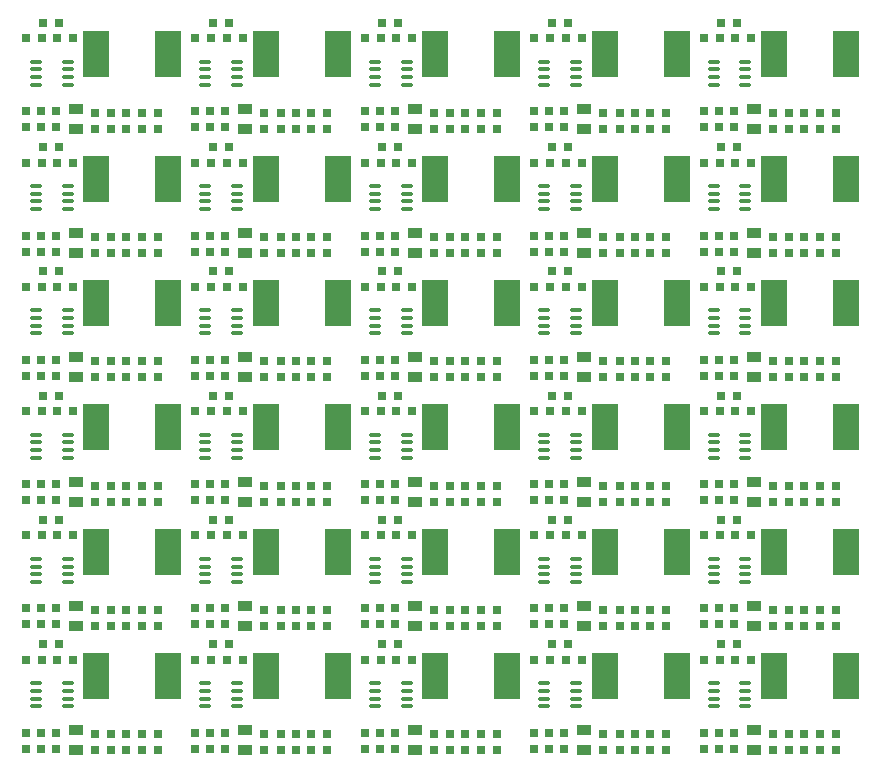
<source format=gtp>
G04*
G04 #@! TF.GenerationSoftware,Altium Limited,Altium Designer,23.5.1 (21)*
G04*
G04 Layer_Color=8421504*
%FSTAX25Y25*%
%MOIN*%
G70*
G04*
G04 #@! TF.SameCoordinates,755BC27C-C67A-4D62-9883-C884FE973DC9*
G04*
G04*
G04 #@! TF.FilePolarity,Positive*
G04*
G01*
G75*
%ADD12O,0.03937X0.01575*%
%ADD13R,0.05000X0.03500*%
%ADD14R,0.08661X0.15748*%
%ADD15R,0.03150X0.02953*%
%ADD16R,0.02953X0.03150*%
D12*
X0006536Y0045149D02*
D03*
Y004259D02*
D03*
Y0040031D02*
D03*
Y0037471D02*
D03*
X0017165Y0045149D02*
D03*
Y004259D02*
D03*
Y0040031D02*
D03*
Y0037471D02*
D03*
X0063032Y0045149D02*
D03*
Y004259D02*
D03*
Y0040031D02*
D03*
Y0037471D02*
D03*
X0073662Y0045149D02*
D03*
Y004259D02*
D03*
Y0040031D02*
D03*
Y0037471D02*
D03*
X0119528Y0045149D02*
D03*
Y004259D02*
D03*
Y0040031D02*
D03*
Y0037471D02*
D03*
X0130158Y0045149D02*
D03*
Y004259D02*
D03*
Y0040031D02*
D03*
Y0037471D02*
D03*
X0176024Y0045149D02*
D03*
Y004259D02*
D03*
Y0040031D02*
D03*
Y0037471D02*
D03*
X0186654Y0045149D02*
D03*
Y004259D02*
D03*
Y0040031D02*
D03*
Y0037471D02*
D03*
X023252Y0045149D02*
D03*
Y004259D02*
D03*
Y0040031D02*
D03*
Y0037471D02*
D03*
X024315Y0045149D02*
D03*
Y004259D02*
D03*
Y0040031D02*
D03*
Y0037471D02*
D03*
X0006536Y0086584D02*
D03*
Y0084025D02*
D03*
Y0081466D02*
D03*
Y0078907D02*
D03*
X0017165Y0086584D02*
D03*
Y0084025D02*
D03*
Y0081466D02*
D03*
Y0078907D02*
D03*
X0063032Y0086584D02*
D03*
Y0084025D02*
D03*
Y0081466D02*
D03*
Y0078907D02*
D03*
X0073662Y0086584D02*
D03*
Y0084025D02*
D03*
Y0081466D02*
D03*
Y0078907D02*
D03*
X0119528Y0086584D02*
D03*
Y0084025D02*
D03*
Y0081466D02*
D03*
Y0078907D02*
D03*
X0130158Y0086584D02*
D03*
Y0084025D02*
D03*
Y0081466D02*
D03*
Y0078907D02*
D03*
X0176024Y0086584D02*
D03*
Y0084025D02*
D03*
Y0081466D02*
D03*
Y0078907D02*
D03*
X0186654Y0086584D02*
D03*
Y0084025D02*
D03*
Y0081466D02*
D03*
Y0078907D02*
D03*
X023252Y0086584D02*
D03*
Y0084025D02*
D03*
Y0081466D02*
D03*
Y0078907D02*
D03*
X024315Y0086584D02*
D03*
Y0084025D02*
D03*
Y0081466D02*
D03*
Y0078907D02*
D03*
X0006536Y012802D02*
D03*
Y0125461D02*
D03*
Y0122902D02*
D03*
Y0120343D02*
D03*
X0017165Y012802D02*
D03*
Y0125461D02*
D03*
Y0122902D02*
D03*
Y0120343D02*
D03*
X0063032Y012802D02*
D03*
Y0125461D02*
D03*
Y0122902D02*
D03*
Y0120343D02*
D03*
X0073662Y012802D02*
D03*
Y0125461D02*
D03*
Y0122902D02*
D03*
Y0120343D02*
D03*
X0119528Y012802D02*
D03*
Y0125461D02*
D03*
Y0122902D02*
D03*
Y0120343D02*
D03*
X0130158Y012802D02*
D03*
Y0125461D02*
D03*
Y0122902D02*
D03*
Y0120343D02*
D03*
X0176024Y012802D02*
D03*
Y0125461D02*
D03*
Y0122902D02*
D03*
Y0120343D02*
D03*
X0186654Y012802D02*
D03*
Y0125461D02*
D03*
Y0122902D02*
D03*
Y0120343D02*
D03*
X023252Y012802D02*
D03*
Y0125461D02*
D03*
Y0122902D02*
D03*
Y0120343D02*
D03*
X024315Y012802D02*
D03*
Y0125461D02*
D03*
Y0122902D02*
D03*
Y0120343D02*
D03*
X0006536Y0169456D02*
D03*
Y0166897D02*
D03*
Y0164338D02*
D03*
Y0161779D02*
D03*
X0017165Y0169456D02*
D03*
Y0166897D02*
D03*
Y0164338D02*
D03*
Y0161779D02*
D03*
X0063032Y0169456D02*
D03*
Y0166897D02*
D03*
Y0164338D02*
D03*
Y0161779D02*
D03*
X0073662Y0169456D02*
D03*
Y0166897D02*
D03*
Y0164338D02*
D03*
Y0161779D02*
D03*
X0119528Y0169456D02*
D03*
Y0166897D02*
D03*
Y0164338D02*
D03*
Y0161779D02*
D03*
X0130158Y0169456D02*
D03*
Y0166897D02*
D03*
Y0164338D02*
D03*
Y0161779D02*
D03*
X0176024Y0169456D02*
D03*
Y0166897D02*
D03*
Y0164338D02*
D03*
Y0161779D02*
D03*
X0186654Y0169456D02*
D03*
Y0166897D02*
D03*
Y0164338D02*
D03*
Y0161779D02*
D03*
X023252Y0169456D02*
D03*
Y0166897D02*
D03*
Y0164338D02*
D03*
Y0161779D02*
D03*
X024315Y0169456D02*
D03*
Y0166897D02*
D03*
Y0164338D02*
D03*
Y0161779D02*
D03*
X0006536Y0210892D02*
D03*
Y0208332D02*
D03*
Y0205773D02*
D03*
Y0203214D02*
D03*
X0017165Y0210892D02*
D03*
Y0208332D02*
D03*
Y0205773D02*
D03*
Y0203214D02*
D03*
X0063032Y0210892D02*
D03*
Y0208332D02*
D03*
Y0205773D02*
D03*
Y0203214D02*
D03*
X0073662Y0210892D02*
D03*
Y0208332D02*
D03*
Y0205773D02*
D03*
Y0203214D02*
D03*
X0119528Y0210892D02*
D03*
Y0208332D02*
D03*
Y0205773D02*
D03*
Y0203214D02*
D03*
X0130158Y0210892D02*
D03*
Y0208332D02*
D03*
Y0205773D02*
D03*
Y0203214D02*
D03*
X0176024Y0210892D02*
D03*
Y0208332D02*
D03*
Y0205773D02*
D03*
Y0203214D02*
D03*
X0186654Y0210892D02*
D03*
Y0208332D02*
D03*
Y0205773D02*
D03*
Y0203214D02*
D03*
X023252Y0210892D02*
D03*
Y0208332D02*
D03*
Y0205773D02*
D03*
Y0203214D02*
D03*
X024315Y0210892D02*
D03*
Y0208332D02*
D03*
Y0205773D02*
D03*
Y0203214D02*
D03*
X0006536Y0252327D02*
D03*
Y0249768D02*
D03*
Y0247209D02*
D03*
Y024465D02*
D03*
X0017165Y0252327D02*
D03*
Y0249768D02*
D03*
Y0247209D02*
D03*
Y024465D02*
D03*
X0063032Y0252327D02*
D03*
Y0249768D02*
D03*
Y0247209D02*
D03*
Y024465D02*
D03*
X0073662Y0252327D02*
D03*
Y0249768D02*
D03*
Y0247209D02*
D03*
Y024465D02*
D03*
X0119528Y0252327D02*
D03*
Y0249768D02*
D03*
Y0247209D02*
D03*
Y024465D02*
D03*
X0130158Y0252327D02*
D03*
Y0249768D02*
D03*
Y0247209D02*
D03*
Y024465D02*
D03*
X0176024Y0252327D02*
D03*
Y0249768D02*
D03*
Y0247209D02*
D03*
Y024465D02*
D03*
X0186654Y0252327D02*
D03*
Y0249768D02*
D03*
Y0247209D02*
D03*
Y024465D02*
D03*
X023252Y0252327D02*
D03*
Y0249768D02*
D03*
Y0247209D02*
D03*
Y024465D02*
D03*
X024315Y0252327D02*
D03*
Y0249768D02*
D03*
Y0247209D02*
D03*
Y024465D02*
D03*
D13*
X0019882Y0022794D02*
D03*
Y0029432D02*
D03*
X0076378Y0022794D02*
D03*
Y0029432D02*
D03*
X0132874Y0022794D02*
D03*
Y0029432D02*
D03*
X018937Y0022794D02*
D03*
Y0029432D02*
D03*
X0245866Y0022794D02*
D03*
Y0029432D02*
D03*
X0019882Y006423D02*
D03*
Y0070868D02*
D03*
X0076378Y006423D02*
D03*
Y0070868D02*
D03*
X0132874Y006423D02*
D03*
Y0070868D02*
D03*
X018937Y006423D02*
D03*
Y0070868D02*
D03*
X0245866Y006423D02*
D03*
Y0070868D02*
D03*
X0019882Y0105666D02*
D03*
Y0112303D02*
D03*
X0076378Y0105666D02*
D03*
Y0112303D02*
D03*
X0132874Y0105666D02*
D03*
Y0112303D02*
D03*
X018937Y0105666D02*
D03*
Y0112303D02*
D03*
X0245866Y0105666D02*
D03*
Y0112303D02*
D03*
X0019882Y0147101D02*
D03*
Y0153739D02*
D03*
X0076378Y0147101D02*
D03*
Y0153739D02*
D03*
X0132874Y0147101D02*
D03*
Y0153739D02*
D03*
X018937Y0147101D02*
D03*
Y0153739D02*
D03*
X0245866Y0147101D02*
D03*
Y0153739D02*
D03*
X0019882Y0188537D02*
D03*
Y0195175D02*
D03*
X0076378Y0188537D02*
D03*
Y0195175D02*
D03*
X0132874Y0188537D02*
D03*
Y0195175D02*
D03*
X018937Y0188537D02*
D03*
Y0195175D02*
D03*
X0245866Y0188537D02*
D03*
Y0195175D02*
D03*
X0019882Y0229973D02*
D03*
Y0236611D02*
D03*
X0076378Y0229973D02*
D03*
Y0236611D02*
D03*
X0132874Y0229973D02*
D03*
Y0236611D02*
D03*
X018937Y0229973D02*
D03*
Y0236611D02*
D03*
X0245866Y0229973D02*
D03*
Y0236611D02*
D03*
D14*
X0026673Y004755D02*
D03*
X0050687D02*
D03*
X0083169D02*
D03*
X0107183D02*
D03*
X0139666D02*
D03*
X0163679D02*
D03*
X0196162D02*
D03*
X0220175D02*
D03*
X0252658D02*
D03*
X0276671D02*
D03*
X0026673Y0088986D02*
D03*
X0050687D02*
D03*
X0083169D02*
D03*
X0107183D02*
D03*
X0139666D02*
D03*
X0163679D02*
D03*
X0196162D02*
D03*
X0220175D02*
D03*
X0252658D02*
D03*
X0276671D02*
D03*
X0026673Y0130422D02*
D03*
X0050687D02*
D03*
X0083169D02*
D03*
X0107183D02*
D03*
X0139666D02*
D03*
X0163679D02*
D03*
X0196162D02*
D03*
X0220175D02*
D03*
X0252658D02*
D03*
X0276671D02*
D03*
X0026673Y0171857D02*
D03*
X0050687D02*
D03*
X0083169D02*
D03*
X0107183D02*
D03*
X0139666D02*
D03*
X0163679D02*
D03*
X0196162D02*
D03*
X0220175D02*
D03*
X0252658D02*
D03*
X0276671D02*
D03*
X0026673Y0213293D02*
D03*
X0050687D02*
D03*
X0083169D02*
D03*
X0107183D02*
D03*
X0139666D02*
D03*
X0163679D02*
D03*
X0196162D02*
D03*
X0220175D02*
D03*
X0252658D02*
D03*
X0276671D02*
D03*
X0026673Y0254729D02*
D03*
X0050687D02*
D03*
X0083169D02*
D03*
X0107183D02*
D03*
X0139666D02*
D03*
X0163679D02*
D03*
X0196162D02*
D03*
X0220175D02*
D03*
X0252658D02*
D03*
X0276671D02*
D03*
D15*
X0041978Y002816D02*
D03*
X0041978Y0022845D02*
D03*
X0008268Y0023313D02*
D03*
X0008268Y0028628D02*
D03*
X0031674Y0022794D02*
D03*
X0031674Y0028109D02*
D03*
X0013287Y0023313D02*
D03*
X0013287Y0028628D02*
D03*
X0036792Y0022794D02*
D03*
X0036792Y0028109D02*
D03*
X0047244Y0022845D02*
D03*
X0047244Y002816D02*
D03*
X0026319Y0022794D02*
D03*
X0026319Y0028109D02*
D03*
X0003217Y0028628D02*
D03*
X0003217Y0023313D02*
D03*
X0098475Y002816D02*
D03*
X0098475Y0022845D02*
D03*
X0064764Y0023313D02*
D03*
X0064764Y0028628D02*
D03*
X008817Y0022794D02*
D03*
X008817Y0028109D02*
D03*
X0069784Y0023313D02*
D03*
X0069784Y0028628D02*
D03*
X0093288Y0022794D02*
D03*
X0093288Y0028109D02*
D03*
X010374Y0022845D02*
D03*
X010374Y002816D02*
D03*
X0082815Y0022794D02*
D03*
X0082815Y0028109D02*
D03*
X0059714Y0028628D02*
D03*
X0059714Y0023313D02*
D03*
X0154971Y002816D02*
D03*
X0154971Y0022845D02*
D03*
X012126Y0023313D02*
D03*
X012126Y0028628D02*
D03*
X0144666Y0022794D02*
D03*
X0144666Y0028109D02*
D03*
X012628Y0023313D02*
D03*
X012628Y0028628D02*
D03*
X0149784Y0022794D02*
D03*
X0149784Y0028109D02*
D03*
X0160237Y0022845D02*
D03*
X0160237Y002816D02*
D03*
X0139311Y0022794D02*
D03*
X0139311Y0028109D02*
D03*
X011621Y0028628D02*
D03*
X011621Y0023313D02*
D03*
X0211467Y002816D02*
D03*
X0211467Y0022845D02*
D03*
X0177756Y0023313D02*
D03*
X0177756Y0028628D02*
D03*
X0201162Y0022794D02*
D03*
X0201162Y0028109D02*
D03*
X0182776Y0023313D02*
D03*
X0182776Y0028628D02*
D03*
X0206281Y0022794D02*
D03*
X0206281Y0028109D02*
D03*
X0216733Y0022845D02*
D03*
X0216733Y002816D02*
D03*
X0195807Y0022794D02*
D03*
X0195807Y0028109D02*
D03*
X0172706Y0028628D02*
D03*
X0172706Y0023313D02*
D03*
X0267963Y002816D02*
D03*
X0267963Y0022845D02*
D03*
X0234252Y0023313D02*
D03*
X0234252Y0028628D02*
D03*
X0257659Y0022794D02*
D03*
X0257659Y0028109D02*
D03*
X0239272Y0023313D02*
D03*
X0239272Y0028628D02*
D03*
X0262777Y0022794D02*
D03*
X0262777Y0028109D02*
D03*
X0273229Y0022845D02*
D03*
X0273229Y002816D02*
D03*
X0252304Y0022794D02*
D03*
X0252304Y0028109D02*
D03*
X0229202Y0028628D02*
D03*
X0229202Y0023313D02*
D03*
X0041978Y0069596D02*
D03*
X0041978Y0064281D02*
D03*
X0008268Y0064749D02*
D03*
X0008268Y0070064D02*
D03*
X0031674Y006423D02*
D03*
X0031674Y0069545D02*
D03*
X0013287Y0064749D02*
D03*
X0013287Y0070064D02*
D03*
X0036792Y006423D02*
D03*
X0036792Y0069545D02*
D03*
X0047244Y0064281D02*
D03*
X0047244Y0069596D02*
D03*
X0026319Y006423D02*
D03*
X0026319Y0069545D02*
D03*
X0003217Y0070064D02*
D03*
X0003217Y0064749D02*
D03*
X0098475Y0069596D02*
D03*
X0098475Y0064281D02*
D03*
X0064764Y0064749D02*
D03*
X0064764Y0070064D02*
D03*
X008817Y006423D02*
D03*
X008817Y0069545D02*
D03*
X0069784Y0064749D02*
D03*
X0069784Y0070064D02*
D03*
X0093288Y006423D02*
D03*
X0093288Y0069545D02*
D03*
X010374Y0064281D02*
D03*
X010374Y0069596D02*
D03*
X0082815Y006423D02*
D03*
X0082815Y0069545D02*
D03*
X0059714Y0070064D02*
D03*
X0059714Y0064749D02*
D03*
X0154971Y0069596D02*
D03*
X0154971Y0064281D02*
D03*
X012126Y0064749D02*
D03*
X012126Y0070064D02*
D03*
X0144666Y006423D02*
D03*
X0144666Y0069545D02*
D03*
X012628Y0064749D02*
D03*
X012628Y0070064D02*
D03*
X0149784Y006423D02*
D03*
X0149784Y0069545D02*
D03*
X0160237Y0064281D02*
D03*
X0160237Y0069596D02*
D03*
X0139311Y006423D02*
D03*
X0139311Y0069545D02*
D03*
X011621Y0070064D02*
D03*
X011621Y0064749D02*
D03*
X0211467Y0069596D02*
D03*
X0211467Y0064281D02*
D03*
X0177756Y0064749D02*
D03*
X0177756Y0070064D02*
D03*
X0201162Y006423D02*
D03*
X0201162Y0069545D02*
D03*
X0182776Y0064749D02*
D03*
X0182776Y0070064D02*
D03*
X0206281Y006423D02*
D03*
X0206281Y0069545D02*
D03*
X0216733Y0064281D02*
D03*
X0216733Y0069596D02*
D03*
X0195807Y006423D02*
D03*
X0195807Y0069545D02*
D03*
X0172706Y0070064D02*
D03*
X0172706Y0064749D02*
D03*
X0267963Y0069596D02*
D03*
X0267963Y0064281D02*
D03*
X0234252Y0064749D02*
D03*
X0234252Y0070064D02*
D03*
X0257659Y006423D02*
D03*
X0257659Y0069545D02*
D03*
X0239272Y0064749D02*
D03*
X0239272Y0070064D02*
D03*
X0262777Y006423D02*
D03*
X0262777Y0069545D02*
D03*
X0273229Y0064281D02*
D03*
X0273229Y0069596D02*
D03*
X0252304Y006423D02*
D03*
X0252304Y0069545D02*
D03*
X0229202Y0070064D02*
D03*
X0229202Y0064749D02*
D03*
X0041978Y0111032D02*
D03*
X0041978Y0105717D02*
D03*
X0008268Y0106185D02*
D03*
X0008268Y01115D02*
D03*
X0031674Y0105666D02*
D03*
X0031674Y0110981D02*
D03*
X0013287Y0106185D02*
D03*
X0013287Y01115D02*
D03*
X0036792Y0105666D02*
D03*
X0036792Y0110981D02*
D03*
X0047244Y0105717D02*
D03*
X0047244Y0111032D02*
D03*
X0026319Y0105666D02*
D03*
X0026319Y0110981D02*
D03*
X0003217Y01115D02*
D03*
X0003217Y0106185D02*
D03*
X0098475Y0111032D02*
D03*
X0098475Y0105717D02*
D03*
X0064764Y0106185D02*
D03*
X0064764Y01115D02*
D03*
X008817Y0105666D02*
D03*
X008817Y0110981D02*
D03*
X0069784Y0106185D02*
D03*
X0069784Y01115D02*
D03*
X0093288Y0105666D02*
D03*
X0093288Y0110981D02*
D03*
X010374Y0105717D02*
D03*
X010374Y0111032D02*
D03*
X0082815Y0105666D02*
D03*
X0082815Y0110981D02*
D03*
X0059714Y01115D02*
D03*
X0059714Y0106185D02*
D03*
X0154971Y0111032D02*
D03*
X0154971Y0105717D02*
D03*
X012126Y0106185D02*
D03*
X012126Y01115D02*
D03*
X0144666Y0105666D02*
D03*
X0144666Y0110981D02*
D03*
X012628Y0106185D02*
D03*
X012628Y01115D02*
D03*
X0149784Y0105666D02*
D03*
X0149784Y0110981D02*
D03*
X0160237Y0105717D02*
D03*
X0160237Y0111032D02*
D03*
X0139311Y0105666D02*
D03*
X0139311Y0110981D02*
D03*
X011621Y01115D02*
D03*
X011621Y0106185D02*
D03*
X0211467Y0111032D02*
D03*
X0211467Y0105717D02*
D03*
X0177756Y0106185D02*
D03*
X0177756Y01115D02*
D03*
X0201162Y0105666D02*
D03*
X0201162Y0110981D02*
D03*
X0182776Y0106185D02*
D03*
X0182776Y01115D02*
D03*
X0206281Y0105666D02*
D03*
X0206281Y0110981D02*
D03*
X0216733Y0105717D02*
D03*
X0216733Y0111032D02*
D03*
X0195807Y0105666D02*
D03*
X0195807Y0110981D02*
D03*
X0172706Y01115D02*
D03*
X0172706Y0106185D02*
D03*
X0267963Y0111032D02*
D03*
X0267963Y0105717D02*
D03*
X0234252Y0106185D02*
D03*
X0234252Y01115D02*
D03*
X0257659Y0105666D02*
D03*
X0257659Y0110981D02*
D03*
X0239272Y0106185D02*
D03*
X0239272Y01115D02*
D03*
X0262777Y0105666D02*
D03*
X0262777Y0110981D02*
D03*
X0273229Y0105717D02*
D03*
X0273229Y0111032D02*
D03*
X0252304Y0105666D02*
D03*
X0252304Y0110981D02*
D03*
X0229202Y01115D02*
D03*
X0229202Y0106185D02*
D03*
X0041978Y0152468D02*
D03*
X0041978Y0147152D02*
D03*
X0008268Y0147621D02*
D03*
X0008268Y0152936D02*
D03*
X0031674Y0147101D02*
D03*
X0031674Y0152416D02*
D03*
X0013287Y0147621D02*
D03*
X0013287Y0152936D02*
D03*
X0036792Y0147101D02*
D03*
X0036792Y0152416D02*
D03*
X0047244Y0147152D02*
D03*
X0047244Y0152468D02*
D03*
X0026319Y0147101D02*
D03*
X0026319Y0152416D02*
D03*
X0003217Y0152936D02*
D03*
X0003217Y0147621D02*
D03*
X0098475Y0152468D02*
D03*
X0098475Y0147152D02*
D03*
X0064764Y0147621D02*
D03*
X0064764Y0152936D02*
D03*
X008817Y0147101D02*
D03*
X008817Y0152416D02*
D03*
X0069784Y0147621D02*
D03*
X0069784Y0152936D02*
D03*
X0093288Y0147101D02*
D03*
X0093288Y0152416D02*
D03*
X010374Y0147152D02*
D03*
X010374Y0152468D02*
D03*
X0082815Y0147101D02*
D03*
X0082815Y0152416D02*
D03*
X0059714Y0152936D02*
D03*
X0059714Y0147621D02*
D03*
X0154971Y0152468D02*
D03*
X0154971Y0147152D02*
D03*
X012126Y0147621D02*
D03*
X012126Y0152936D02*
D03*
X0144666Y0147101D02*
D03*
X0144666Y0152416D02*
D03*
X012628Y0147621D02*
D03*
X012628Y0152936D02*
D03*
X0149784Y0147101D02*
D03*
X0149784Y0152416D02*
D03*
X0160237Y0147152D02*
D03*
X0160237Y0152468D02*
D03*
X0139311Y0147101D02*
D03*
X0139311Y0152416D02*
D03*
X011621Y0152936D02*
D03*
X011621Y0147621D02*
D03*
X0211467Y0152468D02*
D03*
X0211467Y0147152D02*
D03*
X0177756Y0147621D02*
D03*
X0177756Y0152936D02*
D03*
X0201162Y0147101D02*
D03*
X0201162Y0152416D02*
D03*
X0182776Y0147621D02*
D03*
X0182776Y0152936D02*
D03*
X0206281Y0147101D02*
D03*
X0206281Y0152416D02*
D03*
X0216733Y0147152D02*
D03*
X0216733Y0152468D02*
D03*
X0195807Y0147101D02*
D03*
X0195807Y0152416D02*
D03*
X0172706Y0152936D02*
D03*
X0172706Y0147621D02*
D03*
X0267963Y0152468D02*
D03*
X0267963Y0147152D02*
D03*
X0234252Y0147621D02*
D03*
X0234252Y0152936D02*
D03*
X0257659Y0147101D02*
D03*
X0257659Y0152416D02*
D03*
X0239272Y0147621D02*
D03*
X0239272Y0152936D02*
D03*
X0262777Y0147101D02*
D03*
X0262777Y0152416D02*
D03*
X0273229Y0147152D02*
D03*
X0273229Y0152468D02*
D03*
X0252304Y0147101D02*
D03*
X0252304Y0152416D02*
D03*
X0229202Y0152936D02*
D03*
X0229202Y0147621D02*
D03*
X0041978Y0193903D02*
D03*
X0041978Y0188588D02*
D03*
X0008268Y0189056D02*
D03*
X0008268Y0194371D02*
D03*
X0031674Y0188537D02*
D03*
X0031674Y0193852D02*
D03*
X0013287Y0189056D02*
D03*
X0013287Y0194371D02*
D03*
X0036792Y0188537D02*
D03*
X0036792Y0193852D02*
D03*
X0047244Y0188588D02*
D03*
X0047244Y0193903D02*
D03*
X0026319Y0188537D02*
D03*
X0026319Y0193852D02*
D03*
X0003217Y0194371D02*
D03*
X0003217Y0189056D02*
D03*
X0098475Y0193903D02*
D03*
X0098475Y0188588D02*
D03*
X0064764Y0189056D02*
D03*
X0064764Y0194371D02*
D03*
X008817Y0188537D02*
D03*
X008817Y0193852D02*
D03*
X0069784Y0189056D02*
D03*
X0069784Y0194371D02*
D03*
X0093288Y0188537D02*
D03*
X0093288Y0193852D02*
D03*
X010374Y0188588D02*
D03*
X010374Y0193903D02*
D03*
X0082815Y0188537D02*
D03*
X0082815Y0193852D02*
D03*
X0059714Y0194371D02*
D03*
X0059714Y0189056D02*
D03*
X0154971Y0193903D02*
D03*
X0154971Y0188588D02*
D03*
X012126Y0189056D02*
D03*
X012126Y0194371D02*
D03*
X0144666Y0188537D02*
D03*
X0144666Y0193852D02*
D03*
X012628Y0189056D02*
D03*
X012628Y0194371D02*
D03*
X0149784Y0188537D02*
D03*
X0149784Y0193852D02*
D03*
X0160237Y0188588D02*
D03*
X0160237Y0193903D02*
D03*
X0139311Y0188537D02*
D03*
X0139311Y0193852D02*
D03*
X011621Y0194371D02*
D03*
X011621Y0189056D02*
D03*
X0211467Y0193903D02*
D03*
X0211467Y0188588D02*
D03*
X0177756Y0189056D02*
D03*
X0177756Y0194371D02*
D03*
X0201162Y0188537D02*
D03*
X0201162Y0193852D02*
D03*
X0182776Y0189056D02*
D03*
X0182776Y0194371D02*
D03*
X0206281Y0188537D02*
D03*
X0206281Y0193852D02*
D03*
X0216733Y0188588D02*
D03*
X0216733Y0193903D02*
D03*
X0195807Y0188537D02*
D03*
X0195807Y0193852D02*
D03*
X0172706Y0194371D02*
D03*
X0172706Y0189056D02*
D03*
X0267963Y0193903D02*
D03*
X0267963Y0188588D02*
D03*
X0234252Y0189056D02*
D03*
X0234252Y0194371D02*
D03*
X0257659Y0188537D02*
D03*
X0257659Y0193852D02*
D03*
X0239272Y0189056D02*
D03*
X0239272Y0194371D02*
D03*
X0262777Y0188537D02*
D03*
X0262777Y0193852D02*
D03*
X0273229Y0188588D02*
D03*
X0273229Y0193903D02*
D03*
X0252304Y0188537D02*
D03*
X0252304Y0193852D02*
D03*
X0229202Y0194371D02*
D03*
X0229202Y0189056D02*
D03*
X0041978Y0235339D02*
D03*
X0041978Y0230024D02*
D03*
X0008268Y0230492D02*
D03*
X0008268Y0235807D02*
D03*
X0031674Y0229973D02*
D03*
X0031674Y0235288D02*
D03*
X0013287Y0230492D02*
D03*
X0013287Y0235807D02*
D03*
X0036792Y0229973D02*
D03*
X0036792Y0235288D02*
D03*
X0047244Y0230024D02*
D03*
X0047244Y0235339D02*
D03*
X0026319Y0229973D02*
D03*
X0026319Y0235288D02*
D03*
X0003217Y0235807D02*
D03*
X0003217Y0230492D02*
D03*
X0098475Y0235339D02*
D03*
X0098475Y0230024D02*
D03*
X0064764Y0230492D02*
D03*
X0064764Y0235807D02*
D03*
X008817Y0229973D02*
D03*
X008817Y0235288D02*
D03*
X0069784Y0230492D02*
D03*
X0069784Y0235807D02*
D03*
X0093288Y0229973D02*
D03*
X0093288Y0235288D02*
D03*
X010374Y0230024D02*
D03*
X010374Y0235339D02*
D03*
X0082815Y0229973D02*
D03*
X0082815Y0235288D02*
D03*
X0059714Y0235807D02*
D03*
X0059714Y0230492D02*
D03*
X0154971Y0235339D02*
D03*
X0154971Y0230024D02*
D03*
X012126Y0230492D02*
D03*
X012126Y0235807D02*
D03*
X0144666Y0229973D02*
D03*
X0144666Y0235288D02*
D03*
X012628Y0230492D02*
D03*
X012628Y0235807D02*
D03*
X0149784Y0229973D02*
D03*
X0149784Y0235288D02*
D03*
X0160237Y0230024D02*
D03*
X0160237Y0235339D02*
D03*
X0139311Y0229973D02*
D03*
X0139311Y0235288D02*
D03*
X011621Y0235807D02*
D03*
X011621Y0230492D02*
D03*
X0211467Y0235339D02*
D03*
X0211467Y0230024D02*
D03*
X0177756Y0230492D02*
D03*
X0177756Y0235807D02*
D03*
X0201162Y0229973D02*
D03*
X0201162Y0235288D02*
D03*
X0182776Y0230492D02*
D03*
X0182776Y0235807D02*
D03*
X0206281Y0229973D02*
D03*
X0206281Y0235288D02*
D03*
X0216733Y0230024D02*
D03*
X0216733Y0235339D02*
D03*
X0195807Y0229973D02*
D03*
X0195807Y0235288D02*
D03*
X0172706Y0235807D02*
D03*
X0172706Y0230492D02*
D03*
X0267963Y0235339D02*
D03*
X0267963Y0230024D02*
D03*
X0234252Y0230492D02*
D03*
X0234252Y0235807D02*
D03*
X0257659Y0229973D02*
D03*
X0257659Y0235288D02*
D03*
X0239272Y0230492D02*
D03*
X0239272Y0235807D02*
D03*
X0262777Y0229973D02*
D03*
X0262777Y0235288D02*
D03*
X0273229Y0230024D02*
D03*
X0273229Y0235339D02*
D03*
X0252304Y0229973D02*
D03*
X0252304Y0235288D02*
D03*
X0229202Y0235807D02*
D03*
X0229202Y0230492D02*
D03*
D16*
X001437Y005818D02*
D03*
X0009055Y005818D02*
D03*
X0003248Y0052964D02*
D03*
X0008563Y0052964D02*
D03*
X001378Y0052964D02*
D03*
X0019094Y0052964D02*
D03*
X0070866Y005818D02*
D03*
X0065551Y005818D02*
D03*
X0059744Y0052964D02*
D03*
X0065059Y0052964D02*
D03*
X0070276Y0052964D02*
D03*
X0075591Y0052964D02*
D03*
X0127362Y005818D02*
D03*
X0122047Y005818D02*
D03*
X011624Y0052964D02*
D03*
X0121555Y0052964D02*
D03*
X0126772Y0052964D02*
D03*
X0132087Y0052964D02*
D03*
X0183859Y005818D02*
D03*
X0178544Y005818D02*
D03*
X0172737Y0052964D02*
D03*
X0178051Y0052964D02*
D03*
X0183268Y0052964D02*
D03*
X0188583Y0052964D02*
D03*
X0240355Y005818D02*
D03*
X023504Y005818D02*
D03*
X0229233Y0052964D02*
D03*
X0234548Y0052964D02*
D03*
X0239764Y0052964D02*
D03*
X0245079Y0052964D02*
D03*
X001437Y0099616D02*
D03*
X0009055Y0099616D02*
D03*
X0003248Y0094399D02*
D03*
X0008563Y0094399D02*
D03*
X001378Y0094399D02*
D03*
X0019094Y0094399D02*
D03*
X0070866Y0099616D02*
D03*
X0065551Y0099616D02*
D03*
X0059744Y0094399D02*
D03*
X0065059Y0094399D02*
D03*
X0070276Y0094399D02*
D03*
X0075591Y0094399D02*
D03*
X0127362Y0099616D02*
D03*
X0122047Y0099616D02*
D03*
X011624Y0094399D02*
D03*
X0121555Y0094399D02*
D03*
X0126772Y0094399D02*
D03*
X0132087Y0094399D02*
D03*
X0183859Y0099616D02*
D03*
X0178544Y0099616D02*
D03*
X0172737Y0094399D02*
D03*
X0178051Y0094399D02*
D03*
X0183268Y0094399D02*
D03*
X0188583Y0094399D02*
D03*
X0240355Y0099616D02*
D03*
X023504Y0099616D02*
D03*
X0229233Y0094399D02*
D03*
X0234548Y0094399D02*
D03*
X0239764Y0094399D02*
D03*
X0245079Y0094399D02*
D03*
X001437Y0141051D02*
D03*
X0009055Y0141051D02*
D03*
X0003248Y0135835D02*
D03*
X0008563Y0135835D02*
D03*
X001378Y0135835D02*
D03*
X0019094Y0135835D02*
D03*
X0070866Y0141051D02*
D03*
X0065551Y0141051D02*
D03*
X0059744Y0135835D02*
D03*
X0065059Y0135835D02*
D03*
X0070276Y0135835D02*
D03*
X0075591Y0135835D02*
D03*
X0127362Y0141051D02*
D03*
X0122047Y0141051D02*
D03*
X011624Y0135835D02*
D03*
X0121555Y0135835D02*
D03*
X0126772Y0135835D02*
D03*
X0132087Y0135835D02*
D03*
X0183859Y0141051D02*
D03*
X0178544Y0141051D02*
D03*
X0172737Y0135835D02*
D03*
X0178051Y0135835D02*
D03*
X0183268Y0135835D02*
D03*
X0188583Y0135835D02*
D03*
X0240355Y0141051D02*
D03*
X023504Y0141051D02*
D03*
X0229233Y0135835D02*
D03*
X0234548Y0135835D02*
D03*
X0239764Y0135835D02*
D03*
X0245079Y0135835D02*
D03*
X001437Y0182487D02*
D03*
X0009055Y0182487D02*
D03*
X0003248Y0177271D02*
D03*
X0008563Y0177271D02*
D03*
X001378Y0177271D02*
D03*
X0019094Y0177271D02*
D03*
X0070866Y0182487D02*
D03*
X0065551Y0182487D02*
D03*
X0059744Y0177271D02*
D03*
X0065059Y0177271D02*
D03*
X0070276Y0177271D02*
D03*
X0075591Y0177271D02*
D03*
X0127362Y0182487D02*
D03*
X0122047Y0182487D02*
D03*
X011624Y0177271D02*
D03*
X0121555Y0177271D02*
D03*
X0126772Y0177271D02*
D03*
X0132087Y0177271D02*
D03*
X0183859Y0182487D02*
D03*
X0178544Y0182487D02*
D03*
X0172737Y0177271D02*
D03*
X0178051Y0177271D02*
D03*
X0183268Y0177271D02*
D03*
X0188583Y0177271D02*
D03*
X0240355Y0182487D02*
D03*
X023504Y0182487D02*
D03*
X0229233Y0177271D02*
D03*
X0234548Y0177271D02*
D03*
X0239764Y0177271D02*
D03*
X0245079Y0177271D02*
D03*
X001437Y0223923D02*
D03*
X0009055Y0223923D02*
D03*
X0003248Y0218706D02*
D03*
X0008563Y0218706D02*
D03*
X001378Y0218706D02*
D03*
X0019094Y0218706D02*
D03*
X0070866Y0223923D02*
D03*
X0065551Y0223923D02*
D03*
X0059744Y0218706D02*
D03*
X0065059Y0218706D02*
D03*
X0070276Y0218706D02*
D03*
X0075591Y0218706D02*
D03*
X0127362Y0223923D02*
D03*
X0122047Y0223923D02*
D03*
X011624Y0218706D02*
D03*
X0121555Y0218706D02*
D03*
X0126772Y0218706D02*
D03*
X0132087Y0218706D02*
D03*
X0183859Y0223923D02*
D03*
X0178544Y0223923D02*
D03*
X0172737Y0218706D02*
D03*
X0178051Y0218706D02*
D03*
X0183268Y0218706D02*
D03*
X0188583Y0218706D02*
D03*
X0240355Y0223923D02*
D03*
X023504Y0223923D02*
D03*
X0229233Y0218706D02*
D03*
X0234548Y0218706D02*
D03*
X0239764Y0218706D02*
D03*
X0245079Y0218706D02*
D03*
X001437Y0265359D02*
D03*
X0009055Y0265359D02*
D03*
X0003248Y0260142D02*
D03*
X0008563Y0260142D02*
D03*
X001378Y0260142D02*
D03*
X0019094Y0260142D02*
D03*
X0070866Y0265359D02*
D03*
X0065551Y0265359D02*
D03*
X0059744Y0260142D02*
D03*
X0065059Y0260142D02*
D03*
X0070276Y0260142D02*
D03*
X0075591Y0260142D02*
D03*
X0127362Y0265359D02*
D03*
X0122047Y0265359D02*
D03*
X011624Y0260142D02*
D03*
X0121555Y0260142D02*
D03*
X0126772Y0260142D02*
D03*
X0132087Y0260142D02*
D03*
X0183859Y0265359D02*
D03*
X0178544Y0265359D02*
D03*
X0172737Y0260142D02*
D03*
X0178051Y0260142D02*
D03*
X0183268Y0260142D02*
D03*
X0188583Y0260142D02*
D03*
X0240355Y0265359D02*
D03*
X023504Y0265359D02*
D03*
X0229233Y0260142D02*
D03*
X0234548Y0260142D02*
D03*
X0239764Y0260142D02*
D03*
X0245079Y0260142D02*
D03*
M02*

</source>
